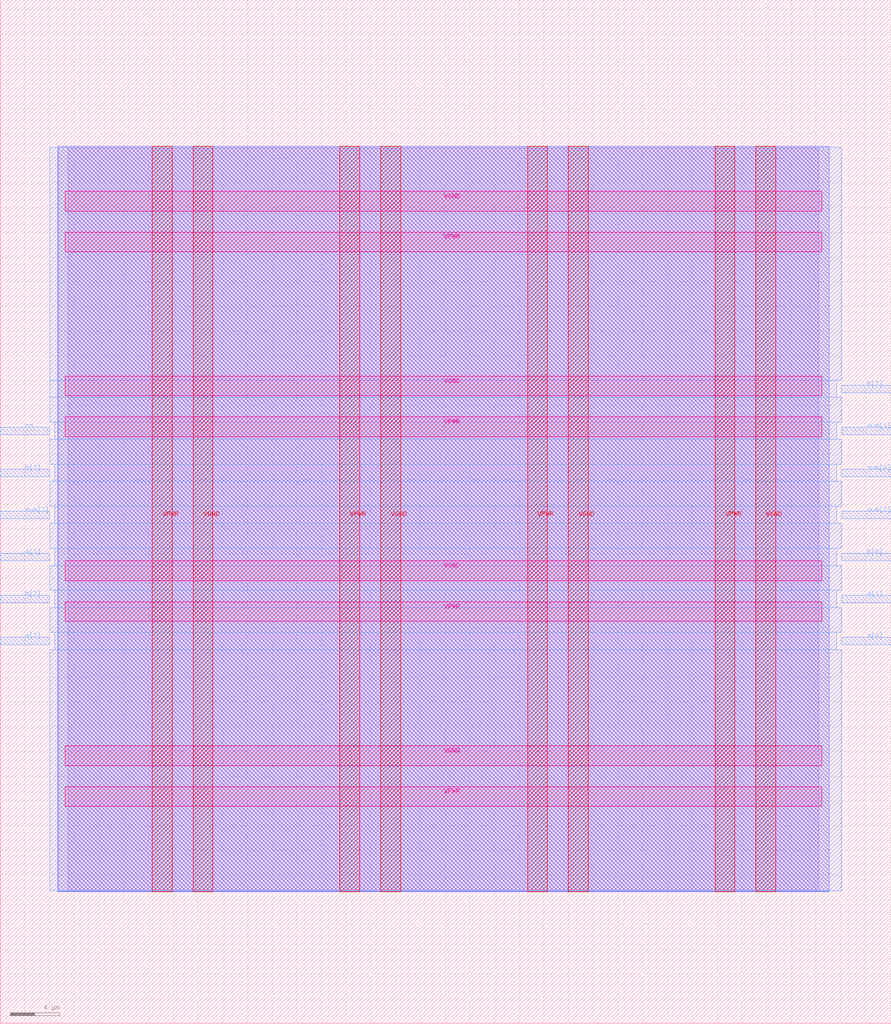
<source format=lef>
VERSION 5.7 ;
  NOWIREEXTENSIONATPIN ON ;
  DIVIDERCHAR "/" ;
  BUSBITCHARS "[]" ;
MACRO fa4bit
  CLASS BLOCK ;
  FOREIGN fa4bit ;
  ORIGIN 0.000 0.000 ;
  SIZE 72.100 BY 82.820 ;
  PIN VGND
    DIRECTION INOUT ;
    USE GROUND ;
    PORT
      LAYER met4 ;
        RECT 15.610 10.640 17.210 70.960 ;
    END
    PORT
      LAYER met4 ;
        RECT 30.790 10.640 32.390 70.960 ;
    END
    PORT
      LAYER met4 ;
        RECT 45.970 10.640 47.570 70.960 ;
    END
    PORT
      LAYER met4 ;
        RECT 61.150 10.640 62.750 70.960 ;
    END
    PORT
      LAYER met5 ;
        RECT 5.280 20.855 66.480 22.455 ;
    END
    PORT
      LAYER met5 ;
        RECT 5.280 35.810 66.480 37.410 ;
    END
    PORT
      LAYER met5 ;
        RECT 5.280 50.765 66.480 52.365 ;
    END
    PORT
      LAYER met5 ;
        RECT 5.280 65.720 66.480 67.320 ;
    END
  END VGND
  PIN VPWR
    DIRECTION INOUT ;
    USE POWER ;
    PORT
      LAYER met4 ;
        RECT 12.310 10.640 13.910 70.960 ;
    END
    PORT
      LAYER met4 ;
        RECT 27.490 10.640 29.090 70.960 ;
    END
    PORT
      LAYER met4 ;
        RECT 42.670 10.640 44.270 70.960 ;
    END
    PORT
      LAYER met4 ;
        RECT 57.850 10.640 59.450 70.960 ;
    END
    PORT
      LAYER met5 ;
        RECT 5.280 17.555 66.480 19.155 ;
    END
    PORT
      LAYER met5 ;
        RECT 5.280 32.510 66.480 34.110 ;
    END
    PORT
      LAYER met5 ;
        RECT 5.280 47.465 66.480 49.065 ;
    END
    PORT
      LAYER met5 ;
        RECT 5.280 62.420 66.480 64.020 ;
    END
  END VPWR
  PIN a[0]
    DIRECTION INPUT ;
    USE SIGNAL ;
    ANTENNAGATEAREA 0.196500 ;
    PORT
      LAYER met3 ;
        RECT 68.100 30.640 72.100 31.240 ;
    END
  END a[0]
  PIN a[1]
    DIRECTION INPUT ;
    USE SIGNAL ;
    ANTENNAGATEAREA 0.196500 ;
    PORT
      LAYER met3 ;
        RECT 68.100 34.040 72.100 34.640 ;
    END
  END a[1]
  PIN a[2]
    DIRECTION INPUT ;
    USE SIGNAL ;
    ANTENNAGATEAREA 0.196500 ;
    PORT
      LAYER met3 ;
        RECT 0.000 30.640 4.000 31.240 ;
    END
  END a[2]
  PIN a[3]
    DIRECTION INPUT ;
    USE SIGNAL ;
    ANTENNAGATEAREA 0.196500 ;
    PORT
      LAYER met3 ;
        RECT 0.000 37.440 4.000 38.040 ;
    END
  END a[3]
  PIN b[0]
    DIRECTION INPUT ;
    USE SIGNAL ;
    ANTENNAGATEAREA 0.196500 ;
    PORT
      LAYER met3 ;
        RECT 68.100 37.440 72.100 38.040 ;
    END
  END b[0]
  PIN b[1]
    DIRECTION INPUT ;
    USE SIGNAL ;
    ANTENNAGATEAREA 0.196500 ;
    PORT
      LAYER met3 ;
        RECT 68.100 51.040 72.100 51.640 ;
    END
  END b[1]
  PIN b[2]
    DIRECTION INPUT ;
    USE SIGNAL ;
    ANTENNAGATEAREA 0.196500 ;
    PORT
      LAYER met3 ;
        RECT 0.000 34.040 4.000 34.640 ;
    END
  END b[2]
  PIN b[3]
    DIRECTION INPUT ;
    USE SIGNAL ;
    ANTENNAGATEAREA 0.196500 ;
    PORT
      LAYER met3 ;
        RECT 0.000 44.240 4.000 44.840 ;
    END
  END b[3]
  PIN co
    DIRECTION OUTPUT TRISTATE ;
    USE SIGNAL ;
    ANTENNADIFFAREA 0.795200 ;
    PORT
      LAYER met3 ;
        RECT 0.000 47.640 4.000 48.240 ;
    END
  END co
  PIN sum[0]
    DIRECTION OUTPUT TRISTATE ;
    USE SIGNAL ;
    ANTENNADIFFAREA 0.445500 ;
    PORT
      LAYER met3 ;
        RECT 68.100 44.240 72.100 44.840 ;
    END
  END sum[0]
  PIN sum[1]
    DIRECTION OUTPUT TRISTATE ;
    USE SIGNAL ;
    ANTENNADIFFAREA 0.795200 ;
    PORT
      LAYER met3 ;
        RECT 68.100 47.640 72.100 48.240 ;
    END
  END sum[1]
  PIN sum[2]
    DIRECTION OUTPUT TRISTATE ;
    USE SIGNAL ;
    ANTENNADIFFAREA 0.795200 ;
    PORT
      LAYER met3 ;
        RECT 68.100 40.840 72.100 41.440 ;
    END
  END sum[2]
  PIN sum[3]
    DIRECTION OUTPUT TRISTATE ;
    USE SIGNAL ;
    ANTENNADIFFAREA 0.795200 ;
    PORT
      LAYER met3 ;
        RECT 0.000 40.840 4.000 41.440 ;
    END
  END sum[3]
  OBS
      LAYER li1 ;
        RECT 5.520 10.795 66.240 70.805 ;
      LAYER met1 ;
        RECT 4.670 10.640 67.090 70.960 ;
      LAYER met2 ;
        RECT 4.690 10.695 67.070 70.905 ;
      LAYER met3 ;
        RECT 3.990 52.040 68.100 70.885 ;
        RECT 3.990 50.640 67.700 52.040 ;
        RECT 3.990 48.640 68.100 50.640 ;
        RECT 4.400 47.240 67.700 48.640 ;
        RECT 3.990 45.240 68.100 47.240 ;
        RECT 4.400 43.840 67.700 45.240 ;
        RECT 3.990 41.840 68.100 43.840 ;
        RECT 4.400 40.440 67.700 41.840 ;
        RECT 3.990 38.440 68.100 40.440 ;
        RECT 4.400 37.040 67.700 38.440 ;
        RECT 3.990 35.040 68.100 37.040 ;
        RECT 4.400 33.640 67.700 35.040 ;
        RECT 3.990 31.640 68.100 33.640 ;
        RECT 4.400 30.240 67.700 31.640 ;
        RECT 3.990 10.715 68.100 30.240 ;
  END
END fa4bit
END LIBRARY


</source>
